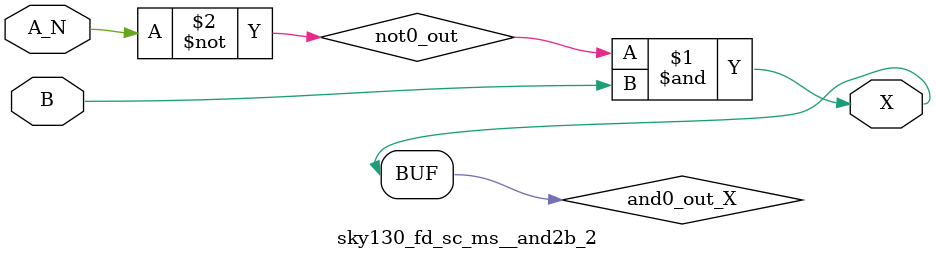
<source format=v>
/*
 * Copyright 2020 The SkyWater PDK Authors
 *
 * Licensed under the Apache License, Version 2.0 (the "License");
 * you may not use this file except in compliance with the License.
 * You may obtain a copy of the License at
 *
 *     https://www.apache.org/licenses/LICENSE-2.0
 *
 * Unless required by applicable law or agreed to in writing, software
 * distributed under the License is distributed on an "AS IS" BASIS,
 * WITHOUT WARRANTIES OR CONDITIONS OF ANY KIND, either express or implied.
 * See the License for the specific language governing permissions and
 * limitations under the License.
 *
 * SPDX-License-Identifier: Apache-2.0
*/


`ifndef SKY130_FD_SC_MS__AND2B_2_FUNCTIONAL_V
`define SKY130_FD_SC_MS__AND2B_2_FUNCTIONAL_V

/**
 * and2b: 2-input AND, first input inverted.
 *
 * Verilog simulation functional model.
 */

`timescale 1ns / 1ps
`default_nettype none

`celldefine
module sky130_fd_sc_ms__and2b_2 (
    X  ,
    A_N,
    B
);

    // Module ports
    output X  ;
    input  A_N;
    input  B  ;

    // Local signals
    wire not0_out  ;
    wire and0_out_X;

    //  Name  Output      Other arguments
    not not0 (not0_out  , A_N            );
    and and0 (and0_out_X, not0_out, B    );
    buf buf0 (X         , and0_out_X     );

endmodule
`endcelldefine

`default_nettype wire
`endif  // SKY130_FD_SC_MS__AND2B_2_FUNCTIONAL_V

</source>
